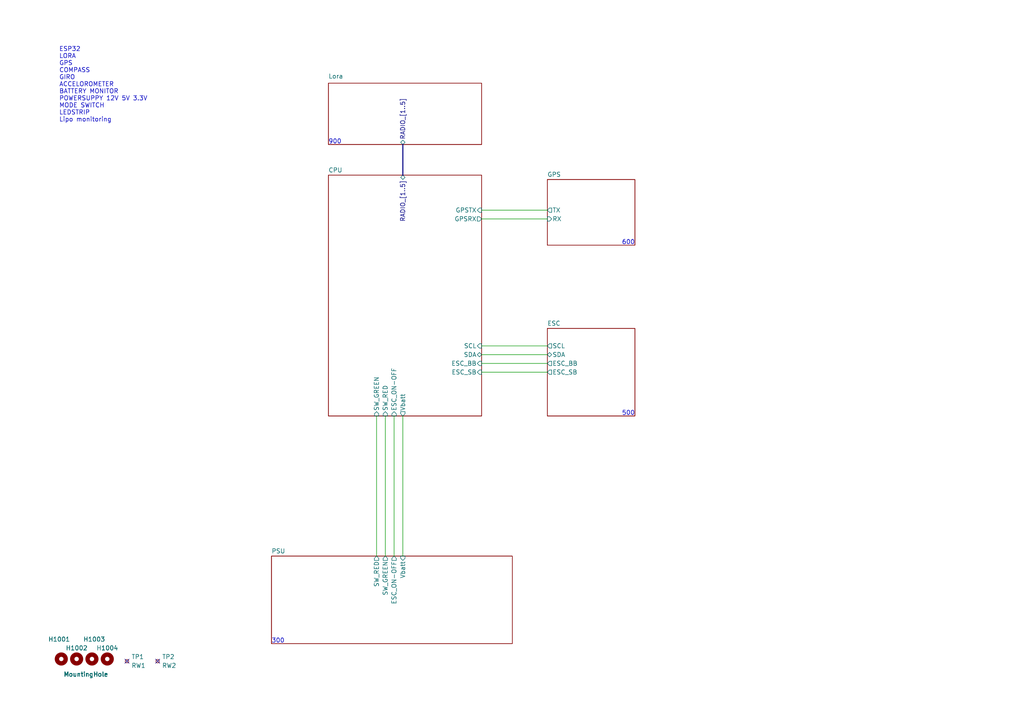
<source format=kicad_sch>
(kicad_sch (version 20231120) (generator "eeschema") (generator_version "8.0")
  (paper "A4")
  (title_block (title "NicE Buoy") (date "2023-06-20") (rev "1.1") (company "NicE Engineering"))
  (lib_symbols
    (symbol "Connector:TestPoint_Small" (pin_numbers hide) (pin_names (offset 0.762) hide)
      (property "Reference" "TP" (at 0 3.81 0))
      (property "Value" "TestPoint_Small" (at 0 2.032 0))
      (symbol "TestPoint_Small_0_1"
        (circle (center 0 0) (radius 0.508))
      )
      (symbol "TestPoint_Small_1_1"
        (pin passive line (at 0 0 90) (length 0) (name "1") (number "1"))
      )
    )
    (symbol "Mechanical:MountingHole" (pin_names (offset 1.016))
      (property "Reference" "H" (at 0 5.08 0))
      (property "Value" "MountingHole" (at 0 3.175 0))
      (symbol "MountingHole_0_1"
        (circle (center 0 0) (radius 1.27) (stroke (width 1.27)))
      )
    )
  )
  (no_connect (at 36.83 191.77))
  (no_connect (at 45.72 191.77))
  (wire (pts (xy 139.7 105.41) (xy 158.75 105.41)))
  (wire (pts (xy 139.7 100.33) (xy 158.75 100.33)))
  (wire (pts (xy 111.76 120.65) (xy 111.76 161.29)))
  (wire (pts (xy 139.7 60.96) (xy 158.75 60.96)))
  (wire (pts (xy 109.22 120.65) (xy 109.22 161.29)))
  (wire (pts (xy 139.7 102.87) (xy 158.75 102.87)))
  (bus (pts (xy 116.84 41.91) (xy 116.84 50.8)))
  (wire (pts (xy 116.84 120.65) (xy 116.84 161.29)))
  (wire (pts (xy 139.7 63.5) (xy 158.75 63.5)))
  (wire (pts (xy 114.3 120.65) (xy 114.3 161.29)))
  (wire (pts (xy 139.7 107.95) (xy 158.75 107.95)))
  (text "300" (at 78.74 186.69 0) (effects (font (size 1.27 1.27)) (justify left bottom)))
  (text "600" (at 180.34 71.12 0) (effects (font (size 1.27 1.27)) (justify left bottom)))
  (text "ESP32\nLORA\nGPS\nCOMPASS\nGIRO\nACCELOROMETER\nBATTERY MONITOR\nPOWERSUPPY 12V 5V 3.3V\nMODE SWITCH\nLEDSTRIP\nLipo monitoring\n" (at 17.145 35.56 0) (effects (font (size 1.27 1.27)) (justify left bottom)))
  (text "900" (at 95.25 41.91 0) (effects (font (size 1.27 1.27)) (justify left bottom)))
  (text "500" (at 180.34 120.65 0) (effects (font (size 1.27 1.27)) (justify left bottom)))
  (symbol (lib_id "Connector:TestPoint_Small") (at 45.72 191.77 0) (unit 1) (in_bom no)
    (property "Reference" "TP2" (at 46.99 190.5 0) (effects (justify left)))
    (property "Value" "RW2" (at 46.99 193.04 0) (effects (justify left)))
    (property "Footprint" "A_Misc:ReworkPins" (effects (hide yes)))
  )
  (symbol (lib_id "Mechanical:MountingHole") (at 31.115 191.135 0) (unit 1) (in_bom no)
    (property "Reference" "H1004" (at 27.94 187.96 0) (effects (justify left)))
    (property "Value" "MountingHole" (at 18.415 195.58 0) (effects (justify left)))
    (property "Footprint" "A_Mechanical:NPTH_M3" (effects (hide yes)))
  )
  (symbol (lib_id "Mechanical:MountingHole") (at 26.67 191.135 0) (unit 1) (in_bom no)
    (property "Reference" "H1003" (at 24.13 185.42 0) (effects (justify left)))
    (property "Value" "MountingHole" (at 18.415 195.58 0) (effects (justify left)))
    (property "Footprint" "A_Mechanical:NPTH_M3" (effects (hide yes)))
  )
  (symbol (lib_id "Connector:TestPoint_Small") (at 36.83 191.77 0) (unit 1) (in_bom no)
    (property "Reference" "TP1" (at 38.1 190.5 0) (effects (justify left)))
    (property "Value" "RW1" (at 38.1 193.04 0) (effects (justify left)))
    (property "Footprint" "A_Misc:ReworkPins" (effects (hide yes)))
  )
  (symbol (lib_id "Mechanical:MountingHole") (at 22.225 191.135 0) (unit 1) (in_bom no)
    (property "Reference" "H1002" (at 19.05 187.96 0) (effects (justify left)))
    (property "Value" "MountingHole" (at 18.415 195.58 0) (effects (justify left)))
    (property "Footprint" "A_Mechanical:NPTH_M3" (effects (hide yes)))
  )
  (symbol (lib_id "Mechanical:MountingHole") (at 17.78 191.135 0) (unit 1) (in_bom no)
    (property "Reference" "H1001" (at 13.97 185.42 0) (effects (justify left)))
    (property "Value" "MountingHole" (at 18.415 195.58 0) (effects (justify left)))
    (property "Footprint" "A_Mechanical:NPTH_M3" (effects (hide yes)))
  )
  (sheet (at 95.25 24.13) (size 44.45 17.78) (stroke (width 0.1524))
    (property "Sheetname" "Lora" (at 95.25 22.86 0) (effects (justify left bottom)))
    (property "Sheetfile" "Lora.kicad_sch" (effects (hide yes)))
    (pin "RADIO_[1..5]" bidirectional (at 116.84 41.91 270))
  )
  (sheet (at 95.25 50.8) (size 44.45 69.85) (stroke (width 0.1524))
    (property "Sheetname" "CPU" (at 95.25 50.0884 0) (effects (justify left bottom)))
    (property "Sheetfile" "CPU_sch.kicad_sch" (effects (hide yes)))
    (pin "SDA" bidirectional (at 139.7 102.87 0))
    (pin "SCL" input (at 139.7 100.33 0))
    (pin "GPSRX" output (at 139.7 63.5 0))
    (pin "ESC_BB" input (at 139.7 105.41 0))
    (pin "GPSTX" input (at 139.7 60.96 0))
    (pin "ESC_SB" input (at 139.7 107.95 0))
    (pin "RADIO_[1..5]" bidirectional (at 116.84 50.8 90))
    (pin "Vbatt" output (at 116.84 120.65 270))
    (pin "ESC_ON-OFF" input (at 114.3 120.65 270))
    (pin "SW_RED" input (at 111.76 120.65 270))
    (pin "SW_GREEN" input (at 109.22 120.65 270))
  )
  (sheet (at 158.75 52.07) (size 25.4 19.05) (stroke (width 0.1524))
    (property "Sheetname" "GPS" (at 158.75 51.3584 0) (effects (justify left bottom)))
    (property "Sheetfile" "Gps_sch.kicad_sch" (effects (hide yes)))
    (pin "RX" input (at 158.75 63.5 180))
    (pin "TX" output (at 158.75 60.96 180))
  )
  (sheet (at 78.74 161.29) (size 69.85 25.4) (stroke (width 0.1524))
    (property "Sheetname" "PSU" (at 78.74 160.5784 0) (effects (justify left bottom)))
    (property "Sheetfile" "PSU_sch.kicad_sch" (effects (hide yes)))
    (pin "ESC_ON-OFF" output (at 114.3 161.29 90))
    (pin "Vbatt" input (at 116.84 161.29 90))
    (pin "SW_GREEN" output (at 111.76 161.29 90))
    (pin "SW_RED" output (at 109.22 161.29 90))
  )
  (sheet (at 158.75 95.25) (size 25.4 25.4) (stroke (width 0.1524))
    (property "Sheetname" "ESC" (at 158.75 94.5384 0) (effects (justify left bottom)))
    (property "Sheetfile" "Esc_sch.kicad_sch" (effects (hide yes)))
    (pin "ESC_BB" output (at 158.75 105.41 180))
    (pin "ESC_SB" output (at 158.75 107.95 180))
    (pin "SCL" output (at 158.75 100.33 180))
    (pin "SDA" bidirectional (at 158.75 102.87 180))
  )
)
</source>
